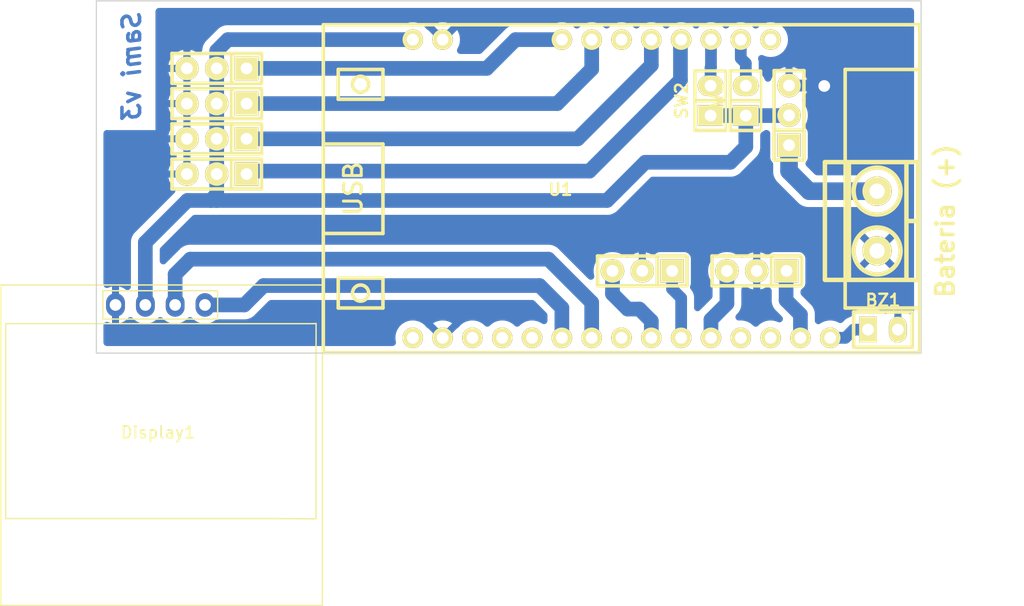
<source format=kicad_pcb>
(kicad_pcb (version 20211014) (generator pcbnew)
  (layers (0 "F.Cu" signal) (31 "B.Cu" signal) (34 "B.Paste" user) (35 "F.Paste" user) (36 "B.SilkS" user "B.Silkscreen") (37 "F.SilkS" user "F.Silkscreen") (38 "B.Mask" user) (39 "F.Mask" user) (44 "Edge.Cuts" user))
  (net 0 "")
  (net 1 "/BUZZER")
  (net 2 "GND")
  (net 3 "+5V")
  (net 4 "/SCL")
  (net 5 "/SDA")
  (net 6 "/TATAMI_FD")
  (net 7 "/Vstep")
  (net 8 "/TATAMI_FI")
  (net 9 "/IR_FD")
  (net 10 "/IR_FI")
  (net 11 "/M2B")
  (net 12 "/M2A")
  (net 13 "/M1B")
  (net 14 "/M1A")
  (net 15 "/START")
  (net 16 "/ESTRATEGIA")
  (net 17 "unconnected-(U1-Pad3)")
  (net 18 "/IR_I")
  (footprint "EESTN5:Pin_Strip_3" (layer "F.Cu") (at 100.25 94.75 180)
    (fp_text reference "J7" hide)
    (fp_text value "IR_FD" hide)
    (fp_line (start 3.81 -1.27) (end 3.81 1.27) (layer "F.SilkS") (width 0.3048))
    (fp_line (start -1.27 -1.27) (end -1.27 1.27) (layer "F.SilkS") (width 0.3048))
    (fp_line (start 3.81 1.27) (end -3.81 1.27) (layer "F.SilkS") (width 0.3048))
    (fp_line (start -3.81 -1.27) (end -3.81 1.27) (layer "F.SilkS") (width 0.3048))
    (fp_line (start -3.81 -1.27) (end 3.81 -1.27) (layer "F.SilkS") (width 0.3048))
    (pad "1" thru_hole rect locked (at -2.54 0 180) (size 2 2) (drill 1) (layers *.Cu *.Mask "F.SilkS") (net 9 "/IR_FD"))
    (pad "2" thru_hole oval locked (at 0 0 180) (size 2 2) (drill 1) (layers *.Cu *.Mask "F.SilkS") (net 3 "+5V"))
    (pad "3" thru_hole oval locked (at 2.54 0 180) (size 2 2) (drill 1) (layers *.Cu *.Mask "F.SilkS") (net 2 "GND"))
  )
  (footprint "EESTN5:Pin_Strip_3" (layer "F.Cu") (at 100.25 91.75 180)
    (fp_text reference "J8" hide)
    (fp_text value "IR_FI" hide)
    (fp_line (start 3.81 1.27) (end -3.81 1.27) (layer "F.SilkS") (width 0.3048))
    (fp_line (start -3.81 -1.27) (end -3.81 1.27) (layer "F.SilkS") (width 0.3048))
    (fp_line (start -3.81 -1.27) (end 3.81 -1.27) (layer "F.SilkS") (width 0.3048))
    (fp_line (start 3.81 -1.27) (end 3.81 1.27) (layer "F.SilkS") (width 0.3048))
    (fp_line (start -1.27 -1.27) (end -1.27 1.27) (layer "F.SilkS") (width 0.3048))
    (pad "1" thru_hole rect locked (at -2.54 0 180) (size 2 2) (drill 1) (layers *.Cu *.Mask "F.SilkS") (net 10 "/IR_FI"))
    (pad "2" thru_hole oval locked (at 0 0 180) (size 2 2) (drill 1) (layers *.Cu *.Mask "F.SilkS") (net 3 "+5V"))
    (pad "3" thru_hole oval locked (at 2.54 0 180) (size 2 2) (drill 1) (layers *.Cu *.Mask "F.SilkS") (net 2 "GND"))
  )
  (footprint "EESTN5:Pin_Strip_3" (layer "F.Cu") (at 100.25 88.75 180)
    (fp_text reference "J3" hide)
    (fp_text value "Sensor TATAMI FD" hide)
    (fp_line (start 3.81 -1.27) (end 3.81 1.27) (layer "F.SilkS") (width 0.3048))
    (fp_line (start -1.27 -1.27) (end -1.27 1.27) (layer "F.SilkS") (width 0.3048))
    (fp_line (start -3.81 -1.27) (end 3.81 -1.27) (layer "F.SilkS") (width 0.3048))
    (fp_line (start 3.81 1.27) (end -3.81 1.27) (layer "F.SilkS") (width 0.3048))
    (fp_line (start -3.81 -1.27) (end -3.81 1.27) (layer "F.SilkS") (width 0.3048))
    (pad "1" thru_hole rect locked (at -2.54 0 180) (size 2 2) (drill 1) (layers *.Cu *.Mask "F.SilkS") (net 6 "/TATAMI_FD"))
    (pad "2" thru_hole oval locked (at 0 0 180) (size 2 2) (drill 1) (layers *.Cu *.Mask "F.SilkS") (net 3 "+5V"))
    (pad "3" thru_hole oval locked (at 2.54 0 180) (size 2 2) (drill 1) (layers *.Cu *.Mask "F.SilkS") (net 2 "GND"))
  )
  (footprint "EESTN5:Pin_Strip_3" (layer "F.Cu") (at 136.5 103 180)
    (fp_text reference "J9" hide)
    (fp_text value "MOTOR_IZQ" hide)
    (fp_line (start -1.27 -1.27) (end -1.27 1.27) (layer "F.SilkS") (width 0.3048))
    (fp_line (start 3.81 -1.27) (end 3.81 1.27) (layer "F.SilkS") (width 0.3048))
    (fp_line (start -3.81 -1.27) (end -3.81 1.27) (layer "F.SilkS") (width 0.3048))
    (fp_line (start -3.81 -1.27) (end 3.81 -1.27) (layer "F.SilkS") (width 0.3048))
    (fp_line (start 3.81 1.27) (end -3.81 1.27) (layer "F.SilkS") (width 0.3048))
    (pad "1" thru_hole rect locked (at -2.54 0 180) (size 2 2) (drill 1) (layers *.Cu *.Mask "F.SilkS") (net 11 "/M2B"))
    (pad "2" thru_hole oval locked (at 0 0 180) (size 2 2) (drill 1) (layers *.Cu *.Mask "F.SilkS") (net 2 "GND"))
    (pad "3" thru_hole oval locked (at 2.54 0 180) (size 2 2) (drill 1) (layers *.Cu *.Mask "F.SilkS") (net 12 "/M2A"))
  )
  (footprint "EESTN5:Pin_Header_2" (layer "F.Cu") (at 142 88.5 90)
    (fp_text reference "SW2" (at 0 -2.159 90) (layer "F.SilkS") (effects (font (size 1.016 1.016) (thickness 0.2032))))
    (fp_text value "ESTRATEGIA" hide)
    (fp_line (start 2.54 1.5875) (end -2.54 1.5875) (layer "F.SilkS") (width 0.15))
    (fp_line (start 2.54 1.651) (end 2.54 -1.016) (layer "F.SilkS") (width 0.15))
    (fp_line (start -2.6035 -0.889) (end -2.6035 -1.0795) (layer "F.SilkS") (width 0.15))
    (fp_line (start -2.54 -0.9525) (end 2.54 -0.9525) (layer "F.SilkS") (width 0.15))
    (fp_line (start -2.54 1.5875) (end -2.54 -0.9525) (layer "F.SilkS") (width 0.3048))
    (fp_line (start 0 -0.9525) (end 0 1.5875) (layer "F.SilkS") (width 0.3048))
    (fp_line (start 2.6035 1.5875) (end 2.6035 -0.9525) (layer "F.SilkS") (width 0.15))
    (fp_line (start 2.6035 -1.0795) (end 2.6035 -0.6985) (layer "F.SilkS") (width 0.15))
    (fp_line (start 2.54 1.651) (end -2.6035 1.651) (layer "F.SilkS") (width 0.15))
    (fp_line (start 2.4765 -1.016) (end 2.4765 1.5875) (layer "F.SilkS") (width 0.15))
    (fp_line (start 2.6035 -1.0795) (end -2.54 -1.0795) (layer "F.SilkS") (width 0.15))
    (pad "1" thru_hole rect locked (at -1.27 0.3175 90) (size 1.75 2.19964) (drill 1.00076) (layers *.Cu *.Mask "F.SilkS") (net 3 "+5V"))
    (pad "2" thru_hole oval locked (at 1.27 0.3175 90) (size 1.75 2.19964) (drill 1.00076) (layers *.Cu *.Mask "F.SilkS") (net 16 "/ESTRATEGIA"))
  )
  (footprint "EESTN5:ESP32_DevKit_V1_CH9102X" (layer "F.Cu") (at 136 96 180)
    (fp_text reference "U1" (at 6.477 -0.0635) (layer "F.SilkS") (effects (font (size 1.016 1.016) (thickness 0.2032))))
    (fp_text value "ESP32_DevKit_V1_CH9102X" hide)
    (fp_text user "USB" (at 24.13 0 90) (layer "F.SilkS") (effects (font (size 1.524 1.524) (thickness 0.254))))
    (fp_line (start -17.78 -10.16) (end -17.78 10.16) (layer "F.SilkS") (width 0.3048))
    (fp_line (start -24.13 -13.97) (end -24.13 13.97) (layer "F.SilkS") (width 0.3048))
    (fp_line (start 21.59 -7.62) (end 25.4 -7.62) (layer "F.SilkS") (width 0.3048))
    (fp_line (start 25.4 7.62) (end 25.4 10.16) (layer "F.SilkS") (width 0.3048))
    (fp_line (start 26.67 13.97) (end 26.67 -13.97) (layer "F.SilkS") (width 0.3048))
    (fp_line (start 21.59 -3.81) (end 21.59 3.81) (layer "F.SilkS") (width 0.3048))
    (fp_line (start 21.59 3.81) (end 26.67 3.81) (layer "F.SilkS") (width 0.3048))
    (fp_line (start 21.59 7.62) (end 25.4 7.62) (layer "F.SilkS") (width 0.3048))
    (fp_line (start 25.4 -7.62) (end 25.4 -10.16) (layer "F.SilkS") (width 0.3048))
    (fp_line (start -24.13 10.16) (end -17.78 10.16) (layer "F.SilkS") (width 0.3048))
    (fp_line (start -24.13 -13.97) (end 26.67 -13.97) (layer "F.SilkS") (width 0.3048))
    (fp_line (start 25.4 -10.16) (end 21.59 -10.16) (layer "F.SilkS") (width 0.3048))
    (fp_line (start -24.13 -10.16) (end -24.13 10.16) (layer "F.SilkS") (width 0.3048))
    (fp_line (start 21.59 -10.16) (end 21.59 -7.62) (layer "F.SilkS") (width 0.3048))
    (fp_line (start 25.4 10.16) (end 21.59 10.16) (layer "F.SilkS") (width 0.3048))
    (fp_line (start -24.13 -10.16) (end -17.78 -10.16) (layer "F.SilkS") (width 0.3048))
    (fp_line (start 21.59 10.16) (end 21.59 7.62) (layer "F.SilkS") (width 0.3048))
    (fp_line (start 26.67 13.97) (end -24.13 13.97) (layer "F.SilkS") (width 0.3048))
    (fp_line (start 26.67 -3.81) (end 21.59 -3.81) (layer "F.SilkS") (width 0.3048))
    (fp_circle (center 23.495 8.89) (end 24.0665 9.271) (layer "F.SilkS") (width 0.3048) (fill none))
    (fp_circle (center 23.495 -8.89) (end 24.0665 -8.509) (layer "F.SilkS") (width 0.3048) (fill none))
    (pad "3" thru_hole circle (at -11.43 12.7 180) (size 1.75 1.75) (drill 1) (layers *.Cu *.Mask "F.SilkS") (net 17 "unconnected-(U1-Pad3)"))
    (pad "4" thru_hole circle (at -8.89 12.7 180) (size 1.75 1.75) (drill 1) (layers *.Cu *.Mask "F.SilkS") (net 15 "/START"))
    (pad "5" thru_hole circle (at -6.35 12.7 180) (size 1.75 1.75) (drill 1) (layers *.Cu *.Mask "F.SilkS") (net 16 "/ESTRATEGIA"))
    (pad "6" thru_hole circle (at -3.81 12.7 180) (size 1.75 1.75) (drill 1) (layers *.Cu *.Mask "F.SilkS") (net 9 "/IR_FD"))
    (pad "7" thru_hole circle (at -1.27 12.7 180) (size 1.75 1.75) (drill 1) (layers *.Cu *.Mask "F.SilkS") (net 10 "/IR_FI"))
    (pad "8" thru_hole circle (at 1.27 12.7 180) (size 1.75 1.75) (drill 1) (layers *.Cu *.Mask "F.SilkS") (net 18 "/IR_I"))
    (pad "9" thru_hole circle (at 3.81 12.7 180) (size 1.75 1.75) (drill 1) (layers *.Cu *.Mask "F.SilkS") (net 6 "/TATAMI_FD"))
    (pad "10" thru_hole circle (at 6.35 12.7 180) (size 1.75 1.75) (drill 1) (layers *.Cu *.Mask "F.SilkS") (net 8 "/TATAMI_FI"))
    (pad "14" thru_hole circle (at 16.51 12.7 180) (size 1.75 1.75) (drill 1) (layers *.Cu *.Mask "F.SilkS") (net 2 "GND"))
    (pad "15" thru_hole circle (at 19.05 12.7 180) (size 1.75 1.75) (drill 1) (layers *.Cu *.Mask "F.SilkS") (net 3 "+5V"))
    (pad "16" thru_hole circle (at 19.05 -12.7) (size 1.75 1.75) (drill 1) (layers *.Cu *.Mask "F.SilkS"))
    (pad "17" thru_hole circle (at 16.51 -12.7) (size 1.75 1.75) (drill 1) (layers *.Cu *.Mask "F.SilkS") (net 2 "GND"))
    (pad "18" thru_hole circle (at 13.97 -12.7) (size 1.75 1.75) (drill 1) (layers *.Cu *.Mask "F.SilkS"))
    (pad "19" thru_hole circle (at 11.43 -12.7) (size 1.75 1.75) (drill 1) (layers *.Cu *.Mask "F.SilkS"))
    (pad "20" thru_hole circle (at 8.89 -12.7) (size 1.75 1.75) (drill 1) (layers *.Cu *.Mask "F.SilkS"))
    (pad "21" thru_hole circle (at 6.35 -12.7) (size 1.75 1.75) (drill 1) (layers *.Cu *.Mask "F.SilkS") (net 5 "/SDA"))
    (pad "22" thru_hole circle (at 3.81 -12.7) (size 1.75 1.75) (drill 1) (layers *.Cu *.Mask "F.SilkS") (net 4 "/SCL"))
    (pad "23" thru_hole circle (at 1.27 -12.7) (size 1.75 1.75) (drill 1) (layers *.Cu *.Mask "F.SilkS"))
    (pad "24" thru_hole circle (at -1.27 -12.7) (size 1.75 1.75) (drill 1) (layers *.Cu *.Mask "F.SilkS") (net 12 "/M2A"))
    (pad "25" thru_hole circle (at -3.81 -12.7) (size 1.75 1.75) (drill 1) (layers *.Cu *.Mask "F.SilkS") (net 11 "/M2B"))
    (pad "26" thru_hole circle (at -6.35 -12.7) (size 1.75 1.75) (drill 1) (layers *.Cu *.Mask "F.SilkS") (net 14 "/M1A"))
    (pad "27" thru_hole circle (at -8.89 -12.7) (size 1.75 1.75) (drill 1) (layers *.Cu *.Mask "F.SilkS"))
    (pad "28" thru_hole circle (at -11.43 -12.7) (size 1.75 1.75) (drill 1) (layers *.Cu *.Mask "F.SilkS"))
    (pad "29" thru_hole circle (at -13.97 -12.7) (size 1.75 1.75) (drill 1) (layers *.Cu *.Mask "F.SilkS") (net 13 "/M1B"))
    (pad "30" thru_hole circle (at -16.51 -12.7) (size 1.75 1.75) (drill 1) (layers *.Cu *.Mask "F.SilkS") (net 1 "/BUZZER"))
  )
  (footprint "EESTN5:128x64OLED" (layer "F.Cu") (at 95.25 116.5)
    (fp_text reference "Display1" (at 0 0.254) (layer "F.SilkS"))
    (fp_text value "SSD1306-SSD1306-128x64_OLED" hide)
    (fp_line (start 13.462 -9.017) (end 13.208 -9.005) (layer "F.SilkS") (width 0.12))
    (fp_line (start 10.122 7.595) (end 13.462 7.62) (layer "F.SilkS") (width 0.12))
    (fp_line (start 14 15) (end -13.4 15) (layer "F.SilkS") (width 0.12))
    (fp_line (start 10.122 -9.005) (end 13.208 -9.005) (layer "F.SilkS") (width 0.12))
    (fp_line (start -13.4 -12.3) (end 14 -12.3) (layer "F.SilkS") (width 0.12))
    (fp_line (start -4.699 -11.811) (end 5.08 -11.811) (layer "F.SilkS") (width 0.12))
    (fp_line (start 13.462 7.62) (end 13.462 -9.017) (layer "F.SilkS") (width 0.12))
    (fp_line (start 5.08 -11.811) (end 5.08 -9.398) (layer "F.SilkS") (width 0.12))
    (fp_line (start -12.978 7.595) (end -12.978 -9.005) (layer "F.SilkS") (width 0.12))
    (fp_line (start -12.978 -9.005) (end 10.122 -9.005) (layer "F.SilkS") (width 0.12))
    (fp_line (start -13.4 15) (end -13.4 -12.3) (layer "F.SilkS") (width 0.12))
    (fp_line (start 5.08 -9.398) (end -4.699 -9.398) (layer "F.SilkS") (width 0.12))
    (fp_line (start 14 -12.3) (end 14 15) (layer "F.SilkS") (width 0.12))
    (fp_line (start -4.699 -11.811) (end -4.699 -9.398) (layer "F.SilkS") (width 0.12))
    (fp_line (start 10.122 7.595) (end -12.978 7.595) (layer "F.SilkS") (width 0.12))
    (pad "1" thru_hole oval (at -3.62 -10.6 90) (size 2 1.6) (drill 1) (layers *.Cu *.Mask) (net 2 "GND"))
    (pad "2" thru_hole oval (at -1.08 -10.6 90) (size 2 1.6) (drill 1) (layers *.Cu *.Mask) (net 3 "+5V"))
    (pad "3" thru_hole oval (at 1.46 -10.6 90) (size 2 1.6) (drill 1) (layers *.Cu *.Mask) (net 4 "/SCL"))
    (pad "4" thru_hole oval (at 4 -10.6 90) (size 2 1.6) (drill 1) (layers *.Cu *.Mask) (net 5 "/SDA"))
  )
  (footprint "EESTN5:Pin_Strip_3" (layer "F.Cu") (at 149 89.75 90)
    (fp_text reference "J6" hide)
    (fp_text value "STEP_DOWN" hide)
    (fp_line (start 3.81 -1.27) (end 3.81 1.27) (layer "F.SilkS") (width 0.3048))
    (fp_line (start -1.27 -1.27) (end -1.27 1.27) (layer "F.SilkS") (width 0.3048))
    (fp_line (start -3.81 -1.27) (end 3.81 -1.27) (layer "F.SilkS") (width 0.3048))
    (fp_line (start 3.81 1.27) (end -3.81 1.27) (layer "F.SilkS") (width 0.3048))
    (fp_line (start -3.81 -1.27) (end -3.81 1.27) (layer "F.SilkS") (width 0.3048))
    (pad "1" thru_hole rect locked (at -2.54 0 90) (size 2 2) (drill 1) (layers *.Cu *.Mask "F.SilkS") (net 7 "/Vstep"))
    (pad "2" thru_hole oval locked (at 0 0 90) (size 2 2) (drill 1) (layers *.Cu *.Mask "F.SilkS") (net 3 "+5V"))
    (pad "3" thru_hole oval locked (at 2.54 0 90) (size 2 2) (drill 1) (layers *.Cu *.Mask "F.SilkS") (net 2 "GND"))
  )
  (footprint "EESTN5:Pin_Strip_3" (layer "F.Cu") (at 146.25 103 180)
    (fp_text reference "J10" hide)
    (fp_text value "MOTOR_DER" hide)
    (fp_line (start -1.27 -1.27) (end -1.27 1.27) (layer "F.SilkS") (width 0.3048))
    (fp_line (start 3.81 -1.27) (end 3.81 1.27) (layer "F.SilkS") (width 0.3048))
    (fp_line (start 3.81 1.27) (end -3.81 1.27) (layer "F.SilkS") (width 0.3048))
    (fp_line (start -3.81 -1.27) (end -3.81 1.27) (layer "F.SilkS") (width 0.3048))
    (fp_line (start -3.81 -1.27) (end 3.81 -1.27) (layer "F.SilkS") (width 0.3048))
    (pad "1" thru_hole rect locked (at -2.54 0 180) (size 2 2) (drill 1) (layers *.Cu *.Mask "F.SilkS") (net 13 "/M1B"))
    (pad "2" thru_hole oval locked (at 0 0 180) (size 2 2) (drill 1) (layers *.Cu *.Mask "F.SilkS") (net 2 "GND"))
    (pad "3" thru_hole oval locked (at 2.54 0 180) (size 2 2) (drill 1) (layers *.Cu *.Mask "F.SilkS") (net 14 "/M1A"))
  )
  (footprint "EESTN5:Pin_Strip_3" (layer "F.Cu") (at 100.25 85.75 180)
    (fp_text reference "J5" hide)
    (fp_text value "Sensor TATAMI FI" hide)
    (fp_line (start 3.81 1.27) (end -3.81 1.27) (layer "F.SilkS") (width 0.3048))
    (fp_line (start 3.81 -1.27) (end 3.81 1.27) (layer "F.SilkS") (width 0.3048))
    (fp_line (start -1.27 -1.27) (end -1.27 1.27) (layer "F.SilkS") (width 0.3048))
    (fp_line (start -3.81 -1.27) (end -3.81 1.27) (layer "F.SilkS") (width 0.3048))
    (fp_line (start -3.81 -1.27) (end 3.81 -1.27) (layer "F.SilkS") (width 0.3048))
    (pad "1" thru_hole rect locked (at -2.54 0 180) (size 2 2) (drill 1) (layers *.Cu *.Mask "F.SilkS") (net 8 "/TATAMI_FI"))
    (pad "2" thru_hole oval locked (at 0 0 180) (size 2 2) (drill 1) (layers *.Cu *.Mask "F.SilkS") (net 3 "+5V"))
    (pad "3" thru_hole oval locked (at 2.54 0 180) (size 2 2) (drill 1) (layers *.Cu *.Mask "F.SilkS") (net 2 "GND"))
  )
  (footprint "EESTN5:Pin_Header_2" (layer "F.Cu") (at 145 88.5 90)
    (fp_text reference "SW1" (at 0 -2.159 90) (layer "F.SilkS") (effects (font (size 1.016 1.016) (thickness 0.2032))))
    (fp_text value "START" hide)
    (fp_line (start 2.6035 -1.0795) (end -2.54 -1.0795) (layer "F.SilkS") (width 0.15))
    (fp_line (start -2.6035 -0.889) (end -2.6035 -1.0795) (layer "F.SilkS") (width 0.15))
    (fp_line (start 0 -0.9525) (end 0 1.5875) (layer "F.SilkS") (width 0.3048))
    (fp_line (start 2.54 1.651) (end -2.6035 1.651) (layer "F.SilkS") (width 0.15))
    (fp_line (start -2.54 -0.9525) (end 2.54 -0.9525) (layer "F.SilkS") (width 0.15))
    (fp_line (start 2.6035 -1.0795) (end 2.6035 -0.6985) (layer "F.SilkS") (width 0.15))
    (fp_line (start 2.54 1.651) (end 2.54 -1.016) (layer "F.SilkS") (width 0.15))
    (fp_line (start 2.54 1.5875) (end -2.54 1.5875) (layer "F.SilkS") (width 0.15))
    (fp_line (start -2.54 1.5875) (end -2.54 -0.9525) (layer "F.SilkS") (width 0.3048))
    (fp_line (start 2.6035 1.5875) (end 2.6035 -0.9525) (layer "F.SilkS") (width 0.15))
    (fp_line (start 2.4765 -1.016) (end 2.4765 1.5875) (layer "F.SilkS") (width 0.15))
    (pad "1" thru_hole rect locked (at -1.27 0.3175 90) (size 1.75 2.19964) (drill 1.00076) (layers *.Cu *.Mask "F.SilkS") (net 3 "+5V"))
    (pad "2" thru_hole oval locked (at 1.27 0.3175 90) (size 1.75 2.19964) (drill 1.00076) (layers *.Cu *.Mask "F.SilkS") (net 15 "/START"))
  )
  (footprint "EESTN5:Pin_strip_2" (layer "F.Cu") (at 157 108)
    (fp_text reference "BZ1" (at 0 -2.5) (layer "F.SilkS") (effects (font (size 1.016 1.016) (thickness 0.2032))))
    (fp_text value "Buzzer" hide)
    (fp_line (start -2.5 1.5) (end -2.5 -1.5) (layer "F.SilkS") (width 0.3048))
    (fp_line (start 2.5 -1.5) (end 2.5 1.5) (layer "F.SilkS") (width 0.3048))
    (fp_line (start -2.5 -1.5) (end 2.5 -1.5) (layer "F.SilkS") (width 0.3048))
    (fp_line (start 2.5 1.5) (end -2.5 1.5) (layer "F.SilkS") (width 0.3048))
    (pad "1" thru_hole rect locked (at -1.27 0) (size 1.524 2.19964) (drill 1.00076) (layers *.Cu *.Mask "F.SilkS") (net 1 "/BUZZER"))
    (pad "2" thru_hole oval locked (at 1.27 0) (size 1.524 2.19964) (drill 1.00076) (layers *.Cu *.Mask "F.SilkS") (net 2 "GND"))
  )
  (footprint "EESTN5:BORNERA2_AZUL" (layer "F.Cu") (at 156.5 98.75 90)
    (fp_text reference "J1" hide)
    (fp_text value "Bateria (+)" (at 0 5.8 90) (layer "F.SilkS") (effects (font (size 1.5 1.5) (thickness 0.3))))
    (fp_line (start -5 2.5) (end 5 2.5) (layer "F.SilkS") (width 0.381))
    (fp_line (start 5.0165 -4.445) (end -4.9835 -4.445) (layer "F.SilkS") (width 0.381))
    (fp_line (start 0 2.54) (end 0 3.4845) (layer "F.SilkS") (width 0.381))
    (fp_line (start -5 -2.4) (end 5 -2.4) (layer "F.SilkS") (width 0.381))
    (fp_line (start -5.0165 -4.445) (end -5.0165 3.4925) (layer "F.SilkS") (width 0.381))
    (fp_line (start -4.9835 3.4925) (end 5.0165 3.4925) (layer "F.SilkS") (width 0.381))
    (fp_line (start 5.0165 3.4925) (end 5.0165 -4.445) (layer "F.SilkS") (width 0.381))
    (fp_circle (center -2.55 0) (end -0.55 0) (layer "F.SilkS") (width 0.381) (fill none))
    (fp_circle (center 2.55 0) (end 0.55 0) (layer "F.SilkS") (width 0.381) (fill none))
    (pad "1" thru_hole circle locked (at -2.54 0 90) (size 2.5 2.5) (drill 1.3) (layers *.Cu *.Mask "F.SilkS") (net 2 "GND"))
    (pad "2" thru_hole circle locked (at 2.54 0 90) (size 2.5 2.5) (drill 1.3) (layers *.Cu *.Mask "F.SilkS") (net 7 "/Vstep"))
  )
  (gr_line (start 160.25 80) (end 160.25 110) (layer "Edge.Cuts") (width 0.1))
  (gr_line (start 90 110) (end 90 80) (layer "Edge.Cuts") (width 0.1))
  (gr_line (start 90 80) (end 160.25 80) (layer "Edge.Cuts") (width 0.1))
  (gr_line (start 160.25 110) (end 90 110) (layer "Edge.Cuts") (width 0.1))
  (gr_text "Sami v3" (at 93 85.5 90) (layer "B.Cu") (effects (font (size 1.5 1.5) (thickness 0.3) italic) (justify mirror)))
  (segment (start 153.8 108.7) (end 154.5 108) (width 1) (layer "B.Cu") (net 1))
  (segment (start 154.5 108) (end 155.73 108) (width 1) (layer "B.Cu") (net 1))
  (segment (start 152.51 108.7) (end 153.8 108.7) (width 1) (layer "B.Cu") (net 1))
  (via (at 152 87.25) (size 2) (drill 1) (layers "F.Cu" "B.Cu") (net 2))
  (segment (start 91.63 105.9) (end 91.63 106.63) (width 0.33) (layer "B.Cu") (net 2))
  (segment (start 151.96 87.21) (end 152 87.25) (width 1) (layer "B.Cu") (net 2))
  (segment (start 149 87.21) (end 151.96 87.21) (width 1) (layer "B.Cu") (net 2))
  (segment (start 144 93.75) (end 136.75 93.75) (width 1.25) (layer "B.Cu") (net 3))
  (segment (start 99.75 97) (end 97.75 97) (width 1.25) (layer "B.Cu") (net 3))
  (segment (start 100.25 96.5) (end 100.25 94.75) (width 1.25) (layer "B.Cu") (net 3))
  (segment (start 100 96.75) (end 100.25 96.5) (width 1.25) (layer "B.Cu") (net 3))
  (segment (start 97.75 97) (end 94.17 100.58) (width 1.25) (layer "B.Cu") (net 3))
  (segment (start 136.75 93.75) (end 133.5 97) (width 1.25) (layer "B.Cu") (net 3))
  (segment (start 145.3175 89.77) (end 148.98 89.77) (width 1.25) (layer "B.Cu") (net 3))
  (segment (start 99.75 97) (end 100.25 97) (width 1.25) (layer "B.Cu") (net 3))
  (segment (start 145.3175 89.77) (end 142.3175 89.77) (width 1.25) (layer "B.Cu") (net 3))
  (segment (start 100.25 84.25) (end 100.25 85.75) (width 1.25) (layer "B.Cu") (net 3))
  (segment (start 101.2 83.3) (end 100.25 84.25) (width 1.25) (layer "B.Cu") (net 3))
  (segment (start 100.25 94.25) (end 100.25 85.75) (width 1.25) (layer "B.Cu") (net 3))
  (segment (start 94.17 100.58) (end 94.17 105.9) (width 1.25) (layer "B.Cu") (net 3))
  (segment (start 145.3175 92.4325) (end 144 93.75) (width 1.25) (layer "B.Cu") (net 3))
  (segment (start 100 94.5) (end 100.25 94.25) (width 1.25) (layer "B.Cu") (net 3))
  (segment (start 133.5 97) (end 100.25 97) (width 1.25) (layer "B.Cu") (net 3))
  (segment (start 100.25 97) (end 100 96.75) (width 1.25) (layer "B.Cu") (net 3))
  (segment (start 116.95 83.3) (end 101.2 83.3) (width 1.25) (layer "B.Cu") (net 3))
  (segment (start 100.25 94.75) (end 100 94.5) (width 1.25) (layer "B.Cu") (net 3))
  (segment (start 100 95) (end 100.25 94.75) (width 1.25) (layer "B.Cu") (net 3))
  (segment (start 145.3175 89.77) (end 145.3175 92.4325) (width 1.25) (layer "B.Cu") (net 3))
  (segment (start 100 96.75) (end 99.75 97) (width 1.25) (layer "B.Cu") (net 3))
  (segment (start 148.98 89.77) (end 149 89.75) (width 1.25) (layer "B.Cu") (net 3))
  (segment (start 100 95) (end 100 94.5) (width 1.25) (layer "B.Cu") (net 3))
  (segment (start 128.5 102) (end 98 102) (width 1.25) (layer "B.Cu") (net 4))
  (segment (start 96.71 103.29) (end 96.71 105.9) (width 1.25) (layer "B.Cu") (net 4))
  (segment (start 132.19 105.69) (end 128.5 102) (width 1.25) (layer "B.Cu") (net 4))
  (segment (start 132.19 108.7) (end 132.19 105.69) (width 1.25) (layer "B.Cu") (net 4))
  (segment (start 98 102) (end 96.71 103.29) (width 1.25) (layer "B.Cu") (net 4))
  (segment (start 102.6 105.9) (end 99.25 105.9) (width 1.25) (layer "B.Cu") (net 5))
  (segment (start 129.65 106.15) (end 127.75 104.25) (width 1.25) (layer "B.Cu") (net 5))
  (segment (start 129.65 108.7) (end 129.65 106.15) (width 1.25) (layer "B.Cu") (net 5))
  (segment (start 127.75 104.25) (end 104.25 104.25) (width 1.25) (layer "B.Cu") (net 5))
  (segment (start 104.25 104.25) (end 102.6 105.9) (width 1.25) (layer "B.Cu") (net 5))
  (segment (start 132.19 83.3) (end 132.19 85.81) (width 1.25) (layer "B.Cu") (net 6))
  (segment (start 129.25 88.75) (end 102.79 88.75) (width 1.25) (layer "B.Cu") (net 6))
  (segment (start 132.19 85.81) (end 129.25 88.75) (width 1.25) (layer "B.Cu") (net 6))
  (segment (start 149 92.29) (end 149 94.5) (width 1.5) (layer "B.Cu") (net 7))
  (segment (start 150.71 96.21) (end 156.5 96.21) (width 1.5) (layer "B.Cu") (net 7))
  (segment (start 149 94.5) (end 150.71 96.21) (width 1.5) (layer "B.Cu") (net 7))
  (segment (start 125.7 83.3) (end 129.65 83.3) (width 1.25) (layer "B.Cu") (net 8))
  (segment (start 102.79 85.75) (end 123.25 85.75) (width 1.25) (layer "B.Cu") (net 8))
  (segment (start 123.25 85.75) (end 125.7 83.3) (width 1.25) (layer "B.Cu") (net 8))
  (segment (start 139.75 83.36) (end 139.75 86.75) (width 1.25) (layer "B.Cu") (net 9))
  (segment (start 139.81 83.3) (end 139.75 83.36) (width 1.25) (layer "B.Cu") (net 9))
  (segment (start 132 94.5) (end 103.04 94.5) (width 1.25) (layer "B.Cu") (net 9))
  (segment (start 139.75 86.75) (end 132 94.5) (width 1.25) (layer "B.Cu") (net 9))
  (segment (start 103.04 94.5) (end 102.79 94.75) (width 1.25) (layer "B.Cu") (net 9))
  (segment (start 131 91.75) (end 137.27 85.48) (width 1.25) (layer "B.Cu") (net 10))
  (segment (start 102.79 91.75) (end 131 91.75) (width 1.25) (layer "B.Cu") (net 10))
  (segment (start 137.27 85.48) (end 137.27 83.3) (width 1.25) (layer "B.Cu") (net 10))
  (segment (start 139.04 104.54) (end 139.81 105.31) (width 1) (layer "B.Cu") (net 11))
  (segment (start 139.04 103) (end 139.04 104.54) (width 1) (layer "B.Cu") (net 11))
  (segment (start 139.81 105.31) (end 139.81 108.7) (width 1) (layer "B.Cu") (net 11))
  (segment (start 139.81 108.7) (end 139.75 108.64) (width 1.25) (layer "B.Cu") (net 11))
  (segment (start 137.27 107.27) (end 137.27 108.7) (width 1.25) (layer "B.Cu") (net 12))
  (segment (start 133.96 103) (end 133.96 104.96) (width 1.25) (layer "B.Cu") (net 12))
  (segment (start 133.96 104.96) (end 135.25 106.25) (width 1.25) (layer "B.Cu") (net 12))
  (segment (start 136.25 106.25) (end 137.27 107.27) (width 1.25) (layer "B.Cu") (net 12))
  (segment (start 135.25 106.25) (end 136.25 106.25) (width 1.25) (layer "B.Cu") (net 12))
  (segment (start 148.79 103) (end 148.75 103.04) (width 1.25) (layer "B.Cu") (net 13))
  (segment (start 148.75 103.04) (end 148.75 105.5) (width 1.25) (layer "B.Cu") (net 13))
  (segment (start 148.75 105.5) (end 149.97 106.72) (width 1.25) (layer "B.Cu") (net 13))
  (segment (start 149.97 106.72) (end 149.97 108.7) (width 1.25) (layer "B.Cu") (net 13))
  (segment (start 142.35 108.7) (end 142.35 107.15) (width 1.25) (layer "B.Cu") (net 14))
  (segment (start 142.35 107.15) (end 143.71 105.79) (width 1.25) (layer "B.Cu") (net 14))
  (segment (start 143.71 105.79) (end 143.71 103) (width 1.25) (layer "B.Cu") (net 14))
  (segment (start 145.3175 85.3175) (end 144.89 84.89) (width 1) (layer "B.Cu") (net 15))
  (segment (start 144.89 84.89) (end 144.89 83.3) (width 1) (layer "B.Cu") (net 15))
  (segment (start 144.89 83.3) (end 144.89 83.61) (width 1.25) (layer "B.Cu") (net 15))
  (segment (start 145.3175 87.23) (end 145.3175 85.3175) (width 1) (layer "B.Cu") (net 15))
  (segment (start 142.35 85.65) (end 142.35 83.3) (width 1) (layer "B.Cu") (net 16))
  (segment (start 142.3175 87.23) (end 142.3175 85.6825) (width 1) (layer "B.Cu") (net 16))
  (segment (start 142.3175 85.6825) (end 142.35 85.65) (width 1) (layer "B.Cu") (net 16))
  (segment (start 147.3175 83.4125) (end 147.43 83.3) (width 1.25) (layer "B.Cu") (net 17))
  (zone (net 2) (net_name "GND") (layer "B.Cu") (connect_pads (clearance 0.6)) (min_thickness 0.6) (fill yes (thermal_gap 0.6) (thermal_bridge_width 0.6) (smoothing fillet))
    (polygon (pts (xy 160.25 110) (xy 90 110) (xy 90 80) (xy 160.25 80)))
  )
)
</source>
